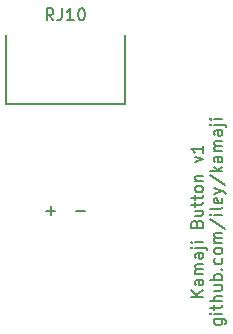
<source format=gto>
%TF.GenerationSoftware,KiCad,Pcbnew,(6.0.8-1)-1*%
%TF.CreationDate,2022-10-24T07:50:05+03:00*%
%TF.ProjectId,kamaji_button_v1,6b616d61-6a69-45f6-9275-74746f6e5f76,rev?*%
%TF.SameCoordinates,PX2faf080PY2faf080*%
%TF.FileFunction,Legend,Top*%
%TF.FilePolarity,Positive*%
%FSLAX46Y46*%
G04 Gerber Fmt 4.6, Leading zero omitted, Abs format (unit mm)*
G04 Created by KiCad (PCBNEW (6.0.8-1)-1) date 2022-10-24 07:50:05*
%MOMM*%
%LPD*%
G01*
G04 APERTURE LIST*
%ADD10C,0.200000*%
%ADD11C,0.150000*%
%ADD12C,3.200000*%
%ADD13C,1.750000*%
%ADD14C,3.987800*%
%ADD15C,2.360000*%
%ADD16C,1.600000*%
G04 APERTURE END LIST*
D10*
X26647380Y-25357142D02*
X25647380Y-25357142D01*
X26647380Y-24785714D02*
X26075952Y-25214285D01*
X25647380Y-24785714D02*
X26218809Y-25357142D01*
X26647380Y-23928571D02*
X26123571Y-23928571D01*
X26028333Y-23976190D01*
X25980714Y-24071428D01*
X25980714Y-24261904D01*
X26028333Y-24357142D01*
X26599761Y-23928571D02*
X26647380Y-24023809D01*
X26647380Y-24261904D01*
X26599761Y-24357142D01*
X26504523Y-24404761D01*
X26409285Y-24404761D01*
X26314047Y-24357142D01*
X26266428Y-24261904D01*
X26266428Y-24023809D01*
X26218809Y-23928571D01*
X26647380Y-23452380D02*
X25980714Y-23452380D01*
X26075952Y-23452380D02*
X26028333Y-23404761D01*
X25980714Y-23309523D01*
X25980714Y-23166666D01*
X26028333Y-23071428D01*
X26123571Y-23023809D01*
X26647380Y-23023809D01*
X26123571Y-23023809D02*
X26028333Y-22976190D01*
X25980714Y-22880952D01*
X25980714Y-22738095D01*
X26028333Y-22642857D01*
X26123571Y-22595238D01*
X26647380Y-22595238D01*
X26647380Y-21690476D02*
X26123571Y-21690476D01*
X26028333Y-21738095D01*
X25980714Y-21833333D01*
X25980714Y-22023809D01*
X26028333Y-22119047D01*
X26599761Y-21690476D02*
X26647380Y-21785714D01*
X26647380Y-22023809D01*
X26599761Y-22119047D01*
X26504523Y-22166666D01*
X26409285Y-22166666D01*
X26314047Y-22119047D01*
X26266428Y-22023809D01*
X26266428Y-21785714D01*
X26218809Y-21690476D01*
X25980714Y-21214285D02*
X26837857Y-21214285D01*
X26933095Y-21261904D01*
X26980714Y-21357142D01*
X26980714Y-21404761D01*
X25647380Y-21214285D02*
X25695000Y-21261904D01*
X25742619Y-21214285D01*
X25695000Y-21166666D01*
X25647380Y-21214285D01*
X25742619Y-21214285D01*
X26647380Y-20738095D02*
X25980714Y-20738095D01*
X25647380Y-20738095D02*
X25695000Y-20785714D01*
X25742619Y-20738095D01*
X25695000Y-20690476D01*
X25647380Y-20738095D01*
X25742619Y-20738095D01*
X26123571Y-19166666D02*
X26171190Y-19023809D01*
X26218809Y-18976190D01*
X26314047Y-18928571D01*
X26456904Y-18928571D01*
X26552142Y-18976190D01*
X26599761Y-19023809D01*
X26647380Y-19119047D01*
X26647380Y-19500000D01*
X25647380Y-19500000D01*
X25647380Y-19166666D01*
X25695000Y-19071428D01*
X25742619Y-19023809D01*
X25837857Y-18976190D01*
X25933095Y-18976190D01*
X26028333Y-19023809D01*
X26075952Y-19071428D01*
X26123571Y-19166666D01*
X26123571Y-19500000D01*
X25980714Y-18071428D02*
X26647380Y-18071428D01*
X25980714Y-18500000D02*
X26504523Y-18500000D01*
X26599761Y-18452380D01*
X26647380Y-18357142D01*
X26647380Y-18214285D01*
X26599761Y-18119047D01*
X26552142Y-18071428D01*
X25980714Y-17738095D02*
X25980714Y-17357142D01*
X25647380Y-17595238D02*
X26504523Y-17595238D01*
X26599761Y-17547619D01*
X26647380Y-17452380D01*
X26647380Y-17357142D01*
X25980714Y-17166666D02*
X25980714Y-16785714D01*
X25647380Y-17023809D02*
X26504523Y-17023809D01*
X26599761Y-16976190D01*
X26647380Y-16880952D01*
X26647380Y-16785714D01*
X26647380Y-16309523D02*
X26599761Y-16404761D01*
X26552142Y-16452380D01*
X26456904Y-16500000D01*
X26171190Y-16500000D01*
X26075952Y-16452380D01*
X26028333Y-16404761D01*
X25980714Y-16309523D01*
X25980714Y-16166666D01*
X26028333Y-16071428D01*
X26075952Y-16023809D01*
X26171190Y-15976190D01*
X26456904Y-15976190D01*
X26552142Y-16023809D01*
X26599761Y-16071428D01*
X26647380Y-16166666D01*
X26647380Y-16309523D01*
X25980714Y-15547619D02*
X26647380Y-15547619D01*
X26075952Y-15547619D02*
X26028333Y-15500000D01*
X25980714Y-15404761D01*
X25980714Y-15261904D01*
X26028333Y-15166666D01*
X26123571Y-15119047D01*
X26647380Y-15119047D01*
X25980714Y-13976190D02*
X26647380Y-13738095D01*
X25980714Y-13500000D01*
X26647380Y-12595238D02*
X26647380Y-13166666D01*
X26647380Y-12880952D02*
X25647380Y-12880952D01*
X25790238Y-12976190D01*
X25885476Y-13071428D01*
X25933095Y-13166666D01*
X27590714Y-27261904D02*
X28400238Y-27261904D01*
X28495476Y-27309523D01*
X28543095Y-27357142D01*
X28590714Y-27452380D01*
X28590714Y-27595238D01*
X28543095Y-27690476D01*
X28209761Y-27261904D02*
X28257380Y-27357142D01*
X28257380Y-27547619D01*
X28209761Y-27642857D01*
X28162142Y-27690476D01*
X28066904Y-27738095D01*
X27781190Y-27738095D01*
X27685952Y-27690476D01*
X27638333Y-27642857D01*
X27590714Y-27547619D01*
X27590714Y-27357142D01*
X27638333Y-27261904D01*
X28257380Y-26785714D02*
X27590714Y-26785714D01*
X27257380Y-26785714D02*
X27305000Y-26833333D01*
X27352619Y-26785714D01*
X27305000Y-26738095D01*
X27257380Y-26785714D01*
X27352619Y-26785714D01*
X27590714Y-26452380D02*
X27590714Y-26071428D01*
X27257380Y-26309523D02*
X28114523Y-26309523D01*
X28209761Y-26261904D01*
X28257380Y-26166666D01*
X28257380Y-26071428D01*
X28257380Y-25738095D02*
X27257380Y-25738095D01*
X28257380Y-25309523D02*
X27733571Y-25309523D01*
X27638333Y-25357142D01*
X27590714Y-25452380D01*
X27590714Y-25595238D01*
X27638333Y-25690476D01*
X27685952Y-25738095D01*
X27590714Y-24404761D02*
X28257380Y-24404761D01*
X27590714Y-24833333D02*
X28114523Y-24833333D01*
X28209761Y-24785714D01*
X28257380Y-24690476D01*
X28257380Y-24547619D01*
X28209761Y-24452380D01*
X28162142Y-24404761D01*
X28257380Y-23928571D02*
X27257380Y-23928571D01*
X27638333Y-23928571D02*
X27590714Y-23833333D01*
X27590714Y-23642857D01*
X27638333Y-23547619D01*
X27685952Y-23500000D01*
X27781190Y-23452380D01*
X28066904Y-23452380D01*
X28162142Y-23500000D01*
X28209761Y-23547619D01*
X28257380Y-23642857D01*
X28257380Y-23833333D01*
X28209761Y-23928571D01*
X28162142Y-23023809D02*
X28209761Y-22976190D01*
X28257380Y-23023809D01*
X28209761Y-23071428D01*
X28162142Y-23023809D01*
X28257380Y-23023809D01*
X28209761Y-22119047D02*
X28257380Y-22214285D01*
X28257380Y-22404761D01*
X28209761Y-22500000D01*
X28162142Y-22547619D01*
X28066904Y-22595238D01*
X27781190Y-22595238D01*
X27685952Y-22547619D01*
X27638333Y-22500000D01*
X27590714Y-22404761D01*
X27590714Y-22214285D01*
X27638333Y-22119047D01*
X28257380Y-21547619D02*
X28209761Y-21642857D01*
X28162142Y-21690476D01*
X28066904Y-21738095D01*
X27781190Y-21738095D01*
X27685952Y-21690476D01*
X27638333Y-21642857D01*
X27590714Y-21547619D01*
X27590714Y-21404761D01*
X27638333Y-21309523D01*
X27685952Y-21261904D01*
X27781190Y-21214285D01*
X28066904Y-21214285D01*
X28162142Y-21261904D01*
X28209761Y-21309523D01*
X28257380Y-21404761D01*
X28257380Y-21547619D01*
X28257380Y-20785714D02*
X27590714Y-20785714D01*
X27685952Y-20785714D02*
X27638333Y-20738095D01*
X27590714Y-20642857D01*
X27590714Y-20500000D01*
X27638333Y-20404761D01*
X27733571Y-20357142D01*
X28257380Y-20357142D01*
X27733571Y-20357142D02*
X27638333Y-20309523D01*
X27590714Y-20214285D01*
X27590714Y-20071428D01*
X27638333Y-19976190D01*
X27733571Y-19928571D01*
X28257380Y-19928571D01*
X27209761Y-18738095D02*
X28495476Y-19595238D01*
X28257380Y-18404761D02*
X27590714Y-18404761D01*
X27257380Y-18404761D02*
X27305000Y-18452380D01*
X27352619Y-18404761D01*
X27305000Y-18357142D01*
X27257380Y-18404761D01*
X27352619Y-18404761D01*
X28257380Y-17785714D02*
X28209761Y-17880952D01*
X28114523Y-17928571D01*
X27257380Y-17928571D01*
X28209761Y-17023809D02*
X28257380Y-17119047D01*
X28257380Y-17309523D01*
X28209761Y-17404761D01*
X28114523Y-17452380D01*
X27733571Y-17452380D01*
X27638333Y-17404761D01*
X27590714Y-17309523D01*
X27590714Y-17119047D01*
X27638333Y-17023809D01*
X27733571Y-16976190D01*
X27828809Y-16976190D01*
X27924047Y-17452380D01*
X27590714Y-16642857D02*
X28257380Y-16404761D01*
X27590714Y-16166666D02*
X28257380Y-16404761D01*
X28495476Y-16500000D01*
X28543095Y-16547619D01*
X28590714Y-16642857D01*
X27209761Y-15071428D02*
X28495476Y-15928571D01*
X28257380Y-14738095D02*
X27257380Y-14738095D01*
X27876428Y-14642857D02*
X28257380Y-14357142D01*
X27590714Y-14357142D02*
X27971666Y-14738095D01*
X28257380Y-13500000D02*
X27733571Y-13500000D01*
X27638333Y-13547619D01*
X27590714Y-13642857D01*
X27590714Y-13833333D01*
X27638333Y-13928571D01*
X28209761Y-13500000D02*
X28257380Y-13595238D01*
X28257380Y-13833333D01*
X28209761Y-13928571D01*
X28114523Y-13976190D01*
X28019285Y-13976190D01*
X27924047Y-13928571D01*
X27876428Y-13833333D01*
X27876428Y-13595238D01*
X27828809Y-13500000D01*
X28257380Y-13023809D02*
X27590714Y-13023809D01*
X27685952Y-13023809D02*
X27638333Y-12976190D01*
X27590714Y-12880952D01*
X27590714Y-12738095D01*
X27638333Y-12642857D01*
X27733571Y-12595238D01*
X28257380Y-12595238D01*
X27733571Y-12595238D02*
X27638333Y-12547619D01*
X27590714Y-12452380D01*
X27590714Y-12309523D01*
X27638333Y-12214285D01*
X27733571Y-12166666D01*
X28257380Y-12166666D01*
X28257380Y-11261904D02*
X27733571Y-11261904D01*
X27638333Y-11309523D01*
X27590714Y-11404761D01*
X27590714Y-11595238D01*
X27638333Y-11690476D01*
X28209761Y-11261904D02*
X28257380Y-11357142D01*
X28257380Y-11595238D01*
X28209761Y-11690476D01*
X28114523Y-11738095D01*
X28019285Y-11738095D01*
X27924047Y-11690476D01*
X27876428Y-11595238D01*
X27876428Y-11357142D01*
X27828809Y-11261904D01*
X27590714Y-10785714D02*
X28447857Y-10785714D01*
X28543095Y-10833333D01*
X28590714Y-10928571D01*
X28590714Y-10976190D01*
X27257380Y-10785714D02*
X27305000Y-10833333D01*
X27352619Y-10785714D01*
X27305000Y-10738095D01*
X27257380Y-10785714D01*
X27352619Y-10785714D01*
X28257380Y-10309523D02*
X27590714Y-10309523D01*
X27257380Y-10309523D02*
X27305000Y-10357142D01*
X27352619Y-10309523D01*
X27305000Y-10261904D01*
X27257380Y-10309523D01*
X27352619Y-10309523D01*
X15869047Y-18071428D02*
X16630952Y-18071428D01*
X13369047Y-18071428D02*
X14130952Y-18071428D01*
X13750000Y-18452380D02*
X13750000Y-17690476D01*
D11*
%TO.C,J1*%
X13976190Y-1952380D02*
X13642857Y-1476190D01*
X13404761Y-1952380D02*
X13404761Y-952380D01*
X13785714Y-952380D01*
X13880952Y-1000000D01*
X13928571Y-1047619D01*
X13976190Y-1142857D01*
X13976190Y-1285714D01*
X13928571Y-1380952D01*
X13880952Y-1428571D01*
X13785714Y-1476190D01*
X13404761Y-1476190D01*
X14690476Y-952380D02*
X14690476Y-1666666D01*
X14642857Y-1809523D01*
X14547619Y-1904761D01*
X14404761Y-1952380D01*
X14309523Y-1952380D01*
X15690476Y-1952380D02*
X15119047Y-1952380D01*
X15404761Y-1952380D02*
X15404761Y-952380D01*
X15309523Y-1095238D01*
X15214285Y-1190476D01*
X15119047Y-1238095D01*
X16309523Y-952380D02*
X16404761Y-952380D01*
X16500000Y-1000000D01*
X16547619Y-1047619D01*
X16595238Y-1142857D01*
X16642857Y-1333333D01*
X16642857Y-1571428D01*
X16595238Y-1761904D01*
X16547619Y-1857142D01*
X16500000Y-1904761D01*
X16404761Y-1952380D01*
X16309523Y-1952380D01*
X16214285Y-1904761D01*
X16166666Y-1857142D01*
X16119047Y-1761904D01*
X16071428Y-1571428D01*
X16071428Y-1333333D01*
X16119047Y-1142857D01*
X16166666Y-1047619D01*
X16214285Y-1000000D01*
X16309523Y-952380D01*
X20000000Y-9000000D02*
X20000000Y-2000000D01*
X10000000Y-9000000D02*
X10000000Y-2000000D01*
X20000000Y-9000000D02*
X10000000Y-9000000D01*
%TD*%
%LPC*%
D12*
%TO.C,REF\u002A\u002A*%
X15000000Y-33500000D03*
%TD*%
D13*
%TO.C,SW2*%
X20080000Y-21000000D03*
X9920000Y-21000000D03*
D14*
X15000000Y-21000000D03*
%TD*%
D15*
%TO.C,J1*%
X20000000Y-2000000D03*
X10000000Y-2000000D03*
D16*
X13470000Y-4300000D03*
X14490000Y-6540000D03*
X15510000Y-4300000D03*
X16530000Y-6540000D03*
%TD*%
M02*

</source>
